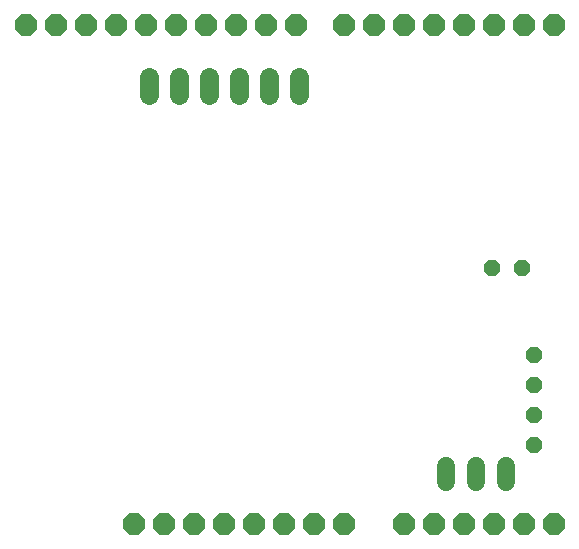
<source format=gbs>
G75*
%MOIN*%
%OFA0B0*%
%FSLAX24Y24*%
%IPPOS*%
%LPD*%
%AMOC8*
5,1,8,0,0,1.08239X$1,22.5*
%
%ADD10OC8,0.0740*%
%ADD11C,0.0640*%
%ADD12OC8,0.0560*%
%ADD13C,0.0600*%
D10*
X004380Y000840D03*
X005380Y000840D03*
X006380Y000840D03*
X007380Y000840D03*
X008380Y000840D03*
X009380Y000840D03*
X010380Y000840D03*
X011380Y000840D03*
X013380Y000840D03*
X014380Y000840D03*
X015380Y000840D03*
X016380Y000840D03*
X017380Y000840D03*
X018380Y000840D03*
X018380Y017480D03*
X017380Y017480D03*
X016380Y017480D03*
X015380Y017480D03*
X014380Y017480D03*
X013380Y017480D03*
X012380Y017480D03*
X011380Y017480D03*
X009780Y017480D03*
X008780Y017480D03*
X007780Y017480D03*
X006780Y017480D03*
X005780Y017480D03*
X004780Y017480D03*
X003780Y017480D03*
X002780Y017480D03*
X001780Y017480D03*
X000780Y017480D03*
D11*
X004880Y015740D02*
X004880Y015140D01*
X005880Y015140D02*
X005880Y015740D01*
X006880Y015740D02*
X006880Y015140D01*
X007880Y015140D02*
X007880Y015740D01*
X008880Y015740D02*
X008880Y015140D01*
X009880Y015140D02*
X009880Y015740D01*
D12*
X016320Y009380D03*
X017320Y009380D03*
X017730Y006455D03*
X017730Y005455D03*
X017730Y004455D03*
X017730Y003455D03*
D13*
X016780Y002780D02*
X016780Y002220D01*
X015780Y002220D02*
X015780Y002780D01*
X014780Y002780D02*
X014780Y002220D01*
M02*

</source>
